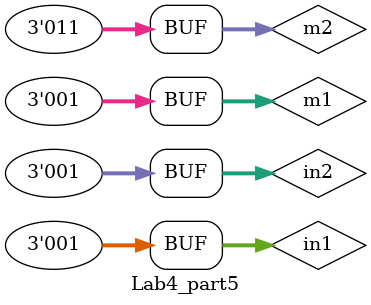
<source format=v>
module multi_gates(input a, b, select, output c);
wire w1, w2, sel_not;
//reg a, b, c, select;
and a1(w1, a, select);
and a2(w2, b, sel_not);
not no1(sel_not, select);
or or1(c, w1, w2);
endmodule

module adder_3bits(input [2:0]a, b, output [3:0] c);

assign c = a + b;

endmodule

module Muti(input [2:0] a, b, input sel, output [2:0] c);

multi_gates m1(.a(a[0]), .b(b[0]), .c(c[0]), .select(sel));
multi_gates m2(.a(a[1]), .b(b[1]), .c(c[1]), .select(sel));
multi_gates m3(.a(a[2]), .b(b[2]), .c(c[2]), .select(sel));

endmodule

module Compara(input [3:0] a, b, output c);

assign c = a > b;

endmodule


module Lab4_part5;

reg [2:0] in1,in2,m1,m2;
wire [3:0]w1,w2;
wire w3;
wire [2:0] out1;

adder_3bits a1(.a(in1), .b(m1), .c(w1));
adder_3bits a2(.a(in2), .b(m2), .c(w2));
Compara c1(.a(w1), .b(w2), .c(w3));
Muti M1(.sel(w3), .a(in1), .b(in2), .c(out1));

initial
	begin
	in1 = 3'b001;
	in2 = 3'b001;
	 m1 = 3'b001;
	 m2 = 3'b011;
	$monitor("output = %b", out1);
	end

endmodule


</source>
